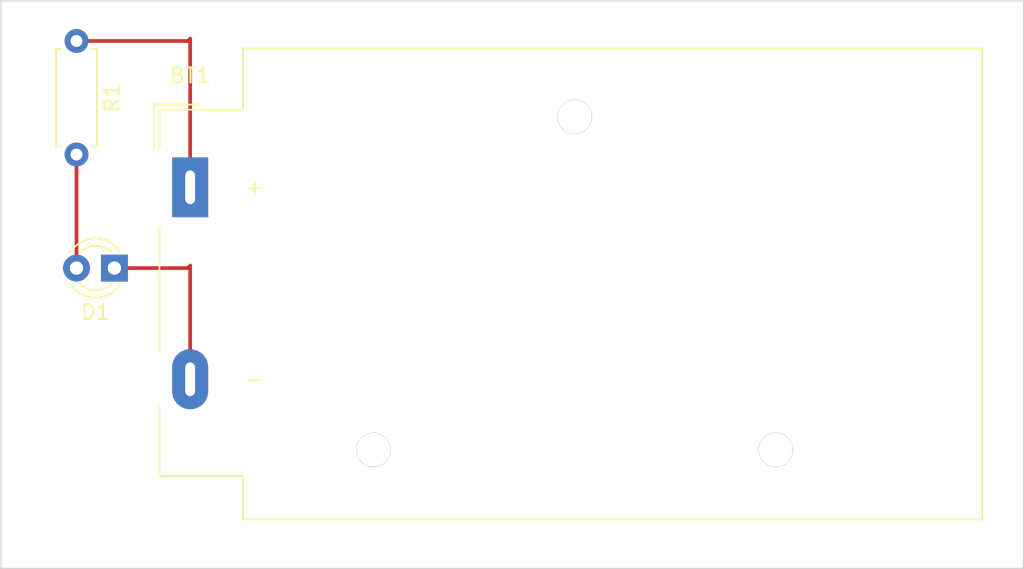
<source format=kicad_pcb>
(kicad_pcb (version 20221018) (generator pcbnew)
  (layers (0 "F.Cu" signal) (31 "B.Cu" signal) (34 "B.Paste" user) (35 "F.Paste" user) (36 "B.SilkS" user "B.Silkscreen") (37 "F.SilkS" user "F.Silkscreen") (38 "B.Mask" user) (39 "F.Mask" user) (44 "Edge.Cuts" user))
  (net 0 "")
  (net 1 "/Vin")
  (net 2 "0")
  (net 3 "/Anode")
  (footprint "LED_THT:LED_D3.0mm" (layer "F.Cu") (at 28.5 38.76 180)
    (fp_text reference "D1" (at 1.27 -2.96) (layer "F.SilkS"))
    (fp_text value "LED")
    (fp_line (start -0.29 -1.236) (end -0.29 -1.08) (stroke (width 0.12)) (layer "F.SilkS"))
    (fp_line (start -0.29 1.08) (end -0.29 1.236) (stroke (width 0.12)) (layer "F.SilkS"))
    (fp_arc (start -0.29 -1.235516) (mid 1.366487 -1.987659) (end 2.942335 -1.078608) (stroke (width 0.12)) (layer "F.SilkS"))
    (fp_arc (start 0.229039 -1.08) (mid 1.270117 -1.5) (end 2.31113 -1.079837) (stroke (width 0.12)) (layer "F.SilkS"))
    (fp_arc (start 2.31113 1.079837) (mid 1.270117 1.5) (end 0.229039 1.08) (stroke (width 0.12)) (layer "F.SilkS"))
    (fp_arc (start 2.942335 1.078608) (mid 1.366487 1.987659) (end -0.29 1.235516) (stroke (width 0.12)) (layer "F.SilkS"))
    (pad "1" thru_hole rect (at 0 0 180) (size 1.8 1.8) (drill 0.9) (layers "*.Cu" "*.Mask") (net 2 "0"))
    (pad "2" thru_hole circle (at 2.54 0 180) (size 1.8 1.8) (drill 0.9) (layers "*.Cu" "*.Mask") (net 3 "/Anode"))
  )
  (footprint "Resistor_THT:R_Axial_DIN0207_L6.3mm_D2.5mm_P7.62mm_Horizontal" (layer "F.Cu") (at 25.96 23.52 -90)
    (fp_text reference "R1" (at 3.81 -2.37 90) (layer "F.SilkS"))
    (fp_text value "470Ω")
    (fp_line (start 0.54 -1.37) (end 7.08 -1.37) (stroke (width 0.12)) (layer "F.SilkS"))
    (fp_line (start 0.54 -1.04) (end 0.54 -1.37) (stroke (width 0.12)) (layer "F.SilkS"))
    (fp_line (start 0.54 1.04) (end 0.54 1.37) (stroke (width 0.12)) (layer "F.SilkS"))
    (fp_line (start 0.54 1.37) (end 7.08 1.37) (stroke (width 0.12)) (layer "F.SilkS"))
    (fp_line (start 7.08 -1.37) (end 7.08 -1.04) (stroke (width 0.12)) (layer "F.SilkS"))
    (fp_line (start 7.08 1.37) (end 7.08 1.04) (stroke (width 0.12)) (layer "F.SilkS"))
    (pad "1" thru_hole circle (at 0 0 270) (size 1.6 1.6) (drill 0.8) (layers "*.Cu" "*.Mask") (net 1 "/Vin"))
    (pad "2" thru_hole oval (at 7.62 0 270) (size 1.6 1.6) (drill 0.8) (layers "*.Cu" "*.Mask") (net 3 "/Anode"))
  )
  (footprint "Battery:BatteryHolder_MPD_BA9VPC_1xPP3" (layer "F.Cu") (at 33.58 33.34)
    (fp_text reference "BT1" (at 0 -7.5) (layer "F.SilkS"))
    (fp_text value "9V")
    (fp_text user "+" (at 3.6 0) (layer "F.SilkS") (effects (justify left)))
    (fp_text user "-" (at 3.6 12.88) (layer "F.SilkS") (effects (justify left)))
    (fp_line (start -2.4 -5.55) (end -2.4 -2.55) (stroke (width 0.12)) (layer "F.SilkS"))
    (fp_line (start -2.4 -5.55) (end 0.6 -5.55) (stroke (width 0.12)) (layer "F.SilkS"))
    (fp_line (start -2.06 -5.21) (end -2.06 -2.65) (stroke (width 0.12)) (layer "F.SilkS"))
    (fp_line (start -2.06 2.65) (end -2.06 11) (stroke (width 0.12)) (layer "F.SilkS"))
    (fp_line (start -2.06 19.38) (end -2.06 14.7) (stroke (width 0.12)) (layer "F.SilkS"))
    (fp_line (start 3.54 -9.31) (end 3.54 -5.21) (stroke (width 0.12)) (layer "F.SilkS"))
    (fp_line (start 3.54 -5.21) (end -2.06 -5.21) (stroke (width 0.12)) (layer "F.SilkS"))
    (fp_line (start 3.54 19.38) (end -2.06 19.38) (stroke (width 0.12)) (layer "F.SilkS"))
    (fp_line (start 3.54 22.28) (end 3.54 19.38) (stroke (width 0.12)) (layer "F.SilkS"))
    (fp_line (start 53.1 -9.31) (end 3.54 -9.31) (stroke (width 0.12)) (layer "F.SilkS"))
    (fp_line (start 53.1 22.28) (end 3.54 22.28) (stroke (width 0.12)) (layer "F.SilkS"))
    (fp_line (start 53.1 22.28) (end 53.1 -9.31) (stroke (width 0.12)) (layer "F.SilkS"))
    (pad "" np_thru_hole circle (at 12.29 17.62) (size 2.3 2.3) (drill 2.29) (layers "*.Cu" "*.Mask"))
    (pad "" np_thru_hole circle (at 25.78 -4.73) (size 2.3 2.3) (drill 2.29) (layers "*.Cu" "*.Mask"))
    (pad "" np_thru_hole circle (at 39.26 17.62) (size 2.3 2.3) (drill 2.29) (layers "*.Cu" "*.Mask"))
    (pad "1" thru_hole rect (at 0 0) (size 2.41 4.02) (drill oval 0.66 2.27) (layers "*.Cu" "*.Mask") (net 1 "/Vin"))
    (pad "2" thru_hole oval (at 0 12.88) (size 2.41 4.02) (drill oval 0.66 2.27) (layers "*.Cu" "*.Mask") (net 2 "0"))
  )
  (gr_line (start 89.46 20.82) (end 89.46 58.92) (stroke (width 0.1)) (layer "Edge.Cuts"))
  (gr_line (start 20.88 58.92) (end 20.88 20.82) (stroke (width 0.1)) (layer "Edge.Cuts"))
  (gr_line (start 89.46 58.92) (end 20.88 58.92) (stroke (width 0.1)) (layer "Edge.Cuts"))
  (gr_line (start 20.88 20.82) (end 89.46 20.82) (stroke (width 0.1)) (layer "Edge.Cuts"))
  (segment (start 33.42 23.52) (end 25.96 23.52) (width 0.25) (layer "F.Cu") (net 1))
  (segment (start 33.58 23.36) (end 33.42 23.52) (width 0.25) (layer "F.Cu") (net 1))
  (segment (start 33.58 33.34) (end 33.58 23.36) (width 0.25) (layer "F.Cu") (net 1))
  (segment (start 33.42 38.76) (end 33.58 38.6) (width 0.25) (layer "F.Cu") (net 2))
  (segment (start 33.58 38.6) (end 33.58 46.22) (width 0.25) (layer "F.Cu") (net 2))
  (segment (start 28.5 38.76) (end 33.42 38.76) (width 0.25) (layer "F.Cu") (net 2))
  (segment (start 25.96 31.14) (end 25.96 38.76) (width 0.25) (layer "F.Cu") (net 3))
)
</source>
